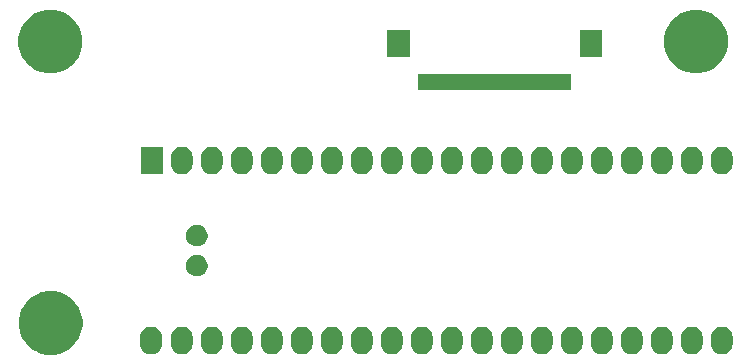
<source format=gbr>
G04 #@! TF.GenerationSoftware,KiCad,Pcbnew,5.1.5*
G04 #@! TF.CreationDate,2020-04-09T00:18:25+02:00*
G04 #@! TF.ProjectId,bluepill_control_board,626c7565-7069-46c6-9c5f-636f6e74726f,rev?*
G04 #@! TF.SameCoordinates,Original*
G04 #@! TF.FileFunction,Soldermask,Top*
G04 #@! TF.FilePolarity,Negative*
%FSLAX46Y46*%
G04 Gerber Fmt 4.6, Leading zero omitted, Abs format (unit mm)*
G04 Created by KiCad (PCBNEW 5.1.5) date 2020-04-09 00:18:25*
%MOMM*%
%LPD*%
G04 APERTURE LIST*
%ADD10C,0.100000*%
G04 APERTURE END LIST*
D10*
G36*
X184810852Y-136877797D02*
G01*
X185302402Y-137081404D01*
X185302403Y-137081405D01*
X185744787Y-137376996D01*
X186121004Y-137753213D01*
X186318512Y-138048805D01*
X186416596Y-138195598D01*
X186620203Y-138687148D01*
X186724000Y-139208973D01*
X186724000Y-139741027D01*
X186620203Y-140262852D01*
X186416596Y-140754402D01*
X186416595Y-140754403D01*
X186121004Y-141196787D01*
X185744787Y-141573004D01*
X185488301Y-141744382D01*
X185302402Y-141868596D01*
X184810852Y-142072203D01*
X184289027Y-142176000D01*
X183756973Y-142176000D01*
X183235148Y-142072203D01*
X182743598Y-141868596D01*
X182557699Y-141744382D01*
X182301213Y-141573004D01*
X181924996Y-141196787D01*
X181629405Y-140754403D01*
X181629404Y-140754402D01*
X181425797Y-140262852D01*
X181322000Y-139741027D01*
X181322000Y-139208973D01*
X181425797Y-138687148D01*
X181629404Y-138195598D01*
X181727488Y-138048805D01*
X181924996Y-137753213D01*
X182301213Y-137376996D01*
X182743597Y-137081405D01*
X182743598Y-137081404D01*
X183235148Y-136877797D01*
X183756973Y-136774000D01*
X184289027Y-136774000D01*
X184810852Y-136877797D01*
G37*
G36*
X218158894Y-139809633D02*
G01*
X218331295Y-139861931D01*
X218490183Y-139946858D01*
X218629449Y-140061151D01*
X218743742Y-140200417D01*
X218828669Y-140359306D01*
X218880967Y-140531707D01*
X218894200Y-140666070D01*
X218894200Y-141278731D01*
X218880967Y-141413094D01*
X218828669Y-141585495D01*
X218743742Y-141744383D01*
X218629449Y-141883649D01*
X218490183Y-141997942D01*
X218331294Y-142082869D01*
X218158893Y-142135167D01*
X217979600Y-142152825D01*
X217800306Y-142135167D01*
X217627905Y-142082869D01*
X217469017Y-141997942D01*
X217329751Y-141883649D01*
X217215458Y-141744383D01*
X217130531Y-141585494D01*
X217078233Y-141413093D01*
X217065000Y-141278730D01*
X217065000Y-140666069D01*
X217078233Y-140531706D01*
X217130531Y-140359305D01*
X217215459Y-140200418D01*
X217329752Y-140061151D01*
X217469018Y-139946858D01*
X217627906Y-139861931D01*
X217800307Y-139809633D01*
X217979600Y-139791975D01*
X218158894Y-139809633D01*
G37*
G36*
X241018894Y-139809633D02*
G01*
X241191295Y-139861931D01*
X241350183Y-139946858D01*
X241489449Y-140061151D01*
X241603742Y-140200417D01*
X241688669Y-140359306D01*
X241740967Y-140531707D01*
X241754200Y-140666070D01*
X241754200Y-141278731D01*
X241740967Y-141413094D01*
X241688669Y-141585495D01*
X241603742Y-141744383D01*
X241489449Y-141883649D01*
X241350183Y-141997942D01*
X241191294Y-142082869D01*
X241018893Y-142135167D01*
X240839600Y-142152825D01*
X240660306Y-142135167D01*
X240487905Y-142082869D01*
X240329017Y-141997942D01*
X240189751Y-141883649D01*
X240075458Y-141744383D01*
X239990531Y-141585494D01*
X239938233Y-141413093D01*
X239925000Y-141278730D01*
X239925000Y-140666069D01*
X239938233Y-140531706D01*
X239990531Y-140359305D01*
X240075459Y-140200418D01*
X240189752Y-140061151D01*
X240329018Y-139946858D01*
X240487906Y-139861931D01*
X240660307Y-139809633D01*
X240839600Y-139791975D01*
X241018894Y-139809633D01*
G37*
G36*
X235938894Y-139809633D02*
G01*
X236111295Y-139861931D01*
X236270183Y-139946858D01*
X236409449Y-140061151D01*
X236523742Y-140200417D01*
X236608669Y-140359306D01*
X236660967Y-140531707D01*
X236674200Y-140666070D01*
X236674200Y-141278731D01*
X236660967Y-141413094D01*
X236608669Y-141585495D01*
X236523742Y-141744383D01*
X236409449Y-141883649D01*
X236270183Y-141997942D01*
X236111294Y-142082869D01*
X235938893Y-142135167D01*
X235759600Y-142152825D01*
X235580306Y-142135167D01*
X235407905Y-142082869D01*
X235249017Y-141997942D01*
X235109751Y-141883649D01*
X234995458Y-141744383D01*
X234910531Y-141585494D01*
X234858233Y-141413093D01*
X234845000Y-141278730D01*
X234845000Y-140666069D01*
X234858233Y-140531706D01*
X234910531Y-140359305D01*
X234995459Y-140200418D01*
X235109752Y-140061151D01*
X235249018Y-139946858D01*
X235407906Y-139861931D01*
X235580307Y-139809633D01*
X235759600Y-139791975D01*
X235938894Y-139809633D01*
G37*
G36*
X233398894Y-139809633D02*
G01*
X233571295Y-139861931D01*
X233730183Y-139946858D01*
X233869449Y-140061151D01*
X233983742Y-140200417D01*
X234068669Y-140359306D01*
X234120967Y-140531707D01*
X234134200Y-140666070D01*
X234134200Y-141278731D01*
X234120967Y-141413094D01*
X234068669Y-141585495D01*
X233983742Y-141744383D01*
X233869449Y-141883649D01*
X233730183Y-141997942D01*
X233571294Y-142082869D01*
X233398893Y-142135167D01*
X233219600Y-142152825D01*
X233040306Y-142135167D01*
X232867905Y-142082869D01*
X232709017Y-141997942D01*
X232569751Y-141883649D01*
X232455458Y-141744383D01*
X232370531Y-141585494D01*
X232318233Y-141413093D01*
X232305000Y-141278730D01*
X232305000Y-140666069D01*
X232318233Y-140531706D01*
X232370531Y-140359305D01*
X232455459Y-140200418D01*
X232569752Y-140061151D01*
X232709018Y-139946858D01*
X232867906Y-139861931D01*
X233040307Y-139809633D01*
X233219600Y-139791975D01*
X233398894Y-139809633D01*
G37*
G36*
X230858894Y-139809633D02*
G01*
X231031295Y-139861931D01*
X231190183Y-139946858D01*
X231329449Y-140061151D01*
X231443742Y-140200417D01*
X231528669Y-140359306D01*
X231580967Y-140531707D01*
X231594200Y-140666070D01*
X231594200Y-141278731D01*
X231580967Y-141413094D01*
X231528669Y-141585495D01*
X231443742Y-141744383D01*
X231329449Y-141883649D01*
X231190183Y-141997942D01*
X231031294Y-142082869D01*
X230858893Y-142135167D01*
X230679600Y-142152825D01*
X230500306Y-142135167D01*
X230327905Y-142082869D01*
X230169017Y-141997942D01*
X230029751Y-141883649D01*
X229915458Y-141744383D01*
X229830531Y-141585494D01*
X229778233Y-141413093D01*
X229765000Y-141278730D01*
X229765000Y-140666069D01*
X229778233Y-140531706D01*
X229830531Y-140359305D01*
X229915459Y-140200418D01*
X230029752Y-140061151D01*
X230169018Y-139946858D01*
X230327906Y-139861931D01*
X230500307Y-139809633D01*
X230679600Y-139791975D01*
X230858894Y-139809633D01*
G37*
G36*
X228318894Y-139809633D02*
G01*
X228491295Y-139861931D01*
X228650183Y-139946858D01*
X228789449Y-140061151D01*
X228903742Y-140200417D01*
X228988669Y-140359306D01*
X229040967Y-140531707D01*
X229054200Y-140666070D01*
X229054200Y-141278731D01*
X229040967Y-141413094D01*
X228988669Y-141585495D01*
X228903742Y-141744383D01*
X228789449Y-141883649D01*
X228650183Y-141997942D01*
X228491294Y-142082869D01*
X228318893Y-142135167D01*
X228139600Y-142152825D01*
X227960306Y-142135167D01*
X227787905Y-142082869D01*
X227629017Y-141997942D01*
X227489751Y-141883649D01*
X227375458Y-141744383D01*
X227290531Y-141585494D01*
X227238233Y-141413093D01*
X227225000Y-141278730D01*
X227225000Y-140666069D01*
X227238233Y-140531706D01*
X227290531Y-140359305D01*
X227375459Y-140200418D01*
X227489752Y-140061151D01*
X227629018Y-139946858D01*
X227787906Y-139861931D01*
X227960307Y-139809633D01*
X228139600Y-139791975D01*
X228318894Y-139809633D01*
G37*
G36*
X225778894Y-139809633D02*
G01*
X225951295Y-139861931D01*
X226110183Y-139946858D01*
X226249449Y-140061151D01*
X226363742Y-140200417D01*
X226448669Y-140359306D01*
X226500967Y-140531707D01*
X226514200Y-140666070D01*
X226514200Y-141278731D01*
X226500967Y-141413094D01*
X226448669Y-141585495D01*
X226363742Y-141744383D01*
X226249449Y-141883649D01*
X226110183Y-141997942D01*
X225951294Y-142082869D01*
X225778893Y-142135167D01*
X225599600Y-142152825D01*
X225420306Y-142135167D01*
X225247905Y-142082869D01*
X225089017Y-141997942D01*
X224949751Y-141883649D01*
X224835458Y-141744383D01*
X224750531Y-141585494D01*
X224698233Y-141413093D01*
X224685000Y-141278730D01*
X224685000Y-140666069D01*
X224698233Y-140531706D01*
X224750531Y-140359305D01*
X224835459Y-140200418D01*
X224949752Y-140061151D01*
X225089018Y-139946858D01*
X225247906Y-139861931D01*
X225420307Y-139809633D01*
X225599600Y-139791975D01*
X225778894Y-139809633D01*
G37*
G36*
X223238894Y-139809633D02*
G01*
X223411295Y-139861931D01*
X223570183Y-139946858D01*
X223709449Y-140061151D01*
X223823742Y-140200417D01*
X223908669Y-140359306D01*
X223960967Y-140531707D01*
X223974200Y-140666070D01*
X223974200Y-141278731D01*
X223960967Y-141413094D01*
X223908669Y-141585495D01*
X223823742Y-141744383D01*
X223709449Y-141883649D01*
X223570183Y-141997942D01*
X223411294Y-142082869D01*
X223238893Y-142135167D01*
X223059600Y-142152825D01*
X222880306Y-142135167D01*
X222707905Y-142082869D01*
X222549017Y-141997942D01*
X222409751Y-141883649D01*
X222295458Y-141744383D01*
X222210531Y-141585494D01*
X222158233Y-141413093D01*
X222145000Y-141278730D01*
X222145000Y-140666069D01*
X222158233Y-140531706D01*
X222210531Y-140359305D01*
X222295459Y-140200418D01*
X222409752Y-140061151D01*
X222549018Y-139946858D01*
X222707906Y-139861931D01*
X222880307Y-139809633D01*
X223059600Y-139791975D01*
X223238894Y-139809633D01*
G37*
G36*
X220698894Y-139809633D02*
G01*
X220871295Y-139861931D01*
X221030183Y-139946858D01*
X221169449Y-140061151D01*
X221283742Y-140200417D01*
X221368669Y-140359306D01*
X221420967Y-140531707D01*
X221434200Y-140666070D01*
X221434200Y-141278731D01*
X221420967Y-141413094D01*
X221368669Y-141585495D01*
X221283742Y-141744383D01*
X221169449Y-141883649D01*
X221030183Y-141997942D01*
X220871294Y-142082869D01*
X220698893Y-142135167D01*
X220519600Y-142152825D01*
X220340306Y-142135167D01*
X220167905Y-142082869D01*
X220009017Y-141997942D01*
X219869751Y-141883649D01*
X219755458Y-141744383D01*
X219670531Y-141585494D01*
X219618233Y-141413093D01*
X219605000Y-141278730D01*
X219605000Y-140666069D01*
X219618233Y-140531706D01*
X219670531Y-140359305D01*
X219755459Y-140200418D01*
X219869752Y-140061151D01*
X220009018Y-139946858D01*
X220167906Y-139861931D01*
X220340307Y-139809633D01*
X220519600Y-139791975D01*
X220698894Y-139809633D01*
G37*
G36*
X238478894Y-139809633D02*
G01*
X238651295Y-139861931D01*
X238810183Y-139946858D01*
X238949449Y-140061151D01*
X239063742Y-140200417D01*
X239148669Y-140359306D01*
X239200967Y-140531707D01*
X239214200Y-140666070D01*
X239214200Y-141278731D01*
X239200967Y-141413094D01*
X239148669Y-141585495D01*
X239063742Y-141744383D01*
X238949449Y-141883649D01*
X238810183Y-141997942D01*
X238651294Y-142082869D01*
X238478893Y-142135167D01*
X238299600Y-142152825D01*
X238120306Y-142135167D01*
X237947905Y-142082869D01*
X237789017Y-141997942D01*
X237649751Y-141883649D01*
X237535458Y-141744383D01*
X237450531Y-141585494D01*
X237398233Y-141413093D01*
X237385000Y-141278730D01*
X237385000Y-140666069D01*
X237398233Y-140531706D01*
X237450531Y-140359305D01*
X237535459Y-140200418D01*
X237649752Y-140061151D01*
X237789018Y-139946858D01*
X237947906Y-139861931D01*
X238120307Y-139809633D01*
X238299600Y-139791975D01*
X238478894Y-139809633D01*
G37*
G36*
X213078894Y-139809633D02*
G01*
X213251295Y-139861931D01*
X213410183Y-139946858D01*
X213549449Y-140061151D01*
X213663742Y-140200417D01*
X213748669Y-140359306D01*
X213800967Y-140531707D01*
X213814200Y-140666070D01*
X213814200Y-141278731D01*
X213800967Y-141413094D01*
X213748669Y-141585495D01*
X213663742Y-141744383D01*
X213549449Y-141883649D01*
X213410183Y-141997942D01*
X213251294Y-142082869D01*
X213078893Y-142135167D01*
X212899600Y-142152825D01*
X212720306Y-142135167D01*
X212547905Y-142082869D01*
X212389017Y-141997942D01*
X212249751Y-141883649D01*
X212135458Y-141744383D01*
X212050531Y-141585494D01*
X211998233Y-141413093D01*
X211985000Y-141278730D01*
X211985000Y-140666069D01*
X211998233Y-140531706D01*
X212050531Y-140359305D01*
X212135459Y-140200418D01*
X212249752Y-140061151D01*
X212389018Y-139946858D01*
X212547906Y-139861931D01*
X212720307Y-139809633D01*
X212899600Y-139791975D01*
X213078894Y-139809633D01*
G37*
G36*
X210538894Y-139809633D02*
G01*
X210711295Y-139861931D01*
X210870183Y-139946858D01*
X211009449Y-140061151D01*
X211123742Y-140200417D01*
X211208669Y-140359306D01*
X211260967Y-140531707D01*
X211274200Y-140666070D01*
X211274200Y-141278731D01*
X211260967Y-141413094D01*
X211208669Y-141585495D01*
X211123742Y-141744383D01*
X211009449Y-141883649D01*
X210870183Y-141997942D01*
X210711294Y-142082869D01*
X210538893Y-142135167D01*
X210359600Y-142152825D01*
X210180306Y-142135167D01*
X210007905Y-142082869D01*
X209849017Y-141997942D01*
X209709751Y-141883649D01*
X209595458Y-141744383D01*
X209510531Y-141585494D01*
X209458233Y-141413093D01*
X209445000Y-141278730D01*
X209445000Y-140666069D01*
X209458233Y-140531706D01*
X209510531Y-140359305D01*
X209595459Y-140200418D01*
X209709752Y-140061151D01*
X209849018Y-139946858D01*
X210007906Y-139861931D01*
X210180307Y-139809633D01*
X210359600Y-139791975D01*
X210538894Y-139809633D01*
G37*
G36*
X207998894Y-139809633D02*
G01*
X208171295Y-139861931D01*
X208330183Y-139946858D01*
X208469449Y-140061151D01*
X208583742Y-140200417D01*
X208668669Y-140359306D01*
X208720967Y-140531707D01*
X208734200Y-140666070D01*
X208734200Y-141278731D01*
X208720967Y-141413094D01*
X208668669Y-141585495D01*
X208583742Y-141744383D01*
X208469449Y-141883649D01*
X208330183Y-141997942D01*
X208171294Y-142082869D01*
X207998893Y-142135167D01*
X207819600Y-142152825D01*
X207640306Y-142135167D01*
X207467905Y-142082869D01*
X207309017Y-141997942D01*
X207169751Y-141883649D01*
X207055458Y-141744383D01*
X206970531Y-141585494D01*
X206918233Y-141413093D01*
X206905000Y-141278730D01*
X206905000Y-140666069D01*
X206918233Y-140531706D01*
X206970531Y-140359305D01*
X207055459Y-140200418D01*
X207169752Y-140061151D01*
X207309018Y-139946858D01*
X207467906Y-139861931D01*
X207640307Y-139809633D01*
X207819600Y-139791975D01*
X207998894Y-139809633D01*
G37*
G36*
X205458894Y-139809633D02*
G01*
X205631295Y-139861931D01*
X205790183Y-139946858D01*
X205929449Y-140061151D01*
X206043742Y-140200417D01*
X206128669Y-140359306D01*
X206180967Y-140531707D01*
X206194200Y-140666070D01*
X206194200Y-141278731D01*
X206180967Y-141413094D01*
X206128669Y-141585495D01*
X206043742Y-141744383D01*
X205929449Y-141883649D01*
X205790183Y-141997942D01*
X205631294Y-142082869D01*
X205458893Y-142135167D01*
X205279600Y-142152825D01*
X205100306Y-142135167D01*
X204927905Y-142082869D01*
X204769017Y-141997942D01*
X204629751Y-141883649D01*
X204515458Y-141744383D01*
X204430531Y-141585494D01*
X204378233Y-141413093D01*
X204365000Y-141278730D01*
X204365000Y-140666069D01*
X204378233Y-140531706D01*
X204430531Y-140359305D01*
X204515459Y-140200418D01*
X204629752Y-140061151D01*
X204769018Y-139946858D01*
X204927906Y-139861931D01*
X205100307Y-139809633D01*
X205279600Y-139791975D01*
X205458894Y-139809633D01*
G37*
G36*
X202918894Y-139809633D02*
G01*
X203091295Y-139861931D01*
X203250183Y-139946858D01*
X203389449Y-140061151D01*
X203503742Y-140200417D01*
X203588669Y-140359306D01*
X203640967Y-140531707D01*
X203654200Y-140666070D01*
X203654200Y-141278731D01*
X203640967Y-141413094D01*
X203588669Y-141585495D01*
X203503742Y-141744383D01*
X203389449Y-141883649D01*
X203250183Y-141997942D01*
X203091294Y-142082869D01*
X202918893Y-142135167D01*
X202739600Y-142152825D01*
X202560306Y-142135167D01*
X202387905Y-142082869D01*
X202229017Y-141997942D01*
X202089751Y-141883649D01*
X201975458Y-141744383D01*
X201890531Y-141585494D01*
X201838233Y-141413093D01*
X201825000Y-141278730D01*
X201825000Y-140666069D01*
X201838233Y-140531706D01*
X201890531Y-140359305D01*
X201975459Y-140200418D01*
X202089752Y-140061151D01*
X202229018Y-139946858D01*
X202387906Y-139861931D01*
X202560307Y-139809633D01*
X202739600Y-139791975D01*
X202918894Y-139809633D01*
G37*
G36*
X200378894Y-139809633D02*
G01*
X200551295Y-139861931D01*
X200710183Y-139946858D01*
X200849449Y-140061151D01*
X200963742Y-140200417D01*
X201048669Y-140359306D01*
X201100967Y-140531707D01*
X201114200Y-140666070D01*
X201114200Y-141278731D01*
X201100967Y-141413094D01*
X201048669Y-141585495D01*
X200963742Y-141744383D01*
X200849449Y-141883649D01*
X200710183Y-141997942D01*
X200551294Y-142082869D01*
X200378893Y-142135167D01*
X200199600Y-142152825D01*
X200020306Y-142135167D01*
X199847905Y-142082869D01*
X199689017Y-141997942D01*
X199549751Y-141883649D01*
X199435458Y-141744383D01*
X199350531Y-141585494D01*
X199298233Y-141413093D01*
X199285000Y-141278730D01*
X199285000Y-140666069D01*
X199298233Y-140531706D01*
X199350531Y-140359305D01*
X199435459Y-140200418D01*
X199549752Y-140061151D01*
X199689018Y-139946858D01*
X199847906Y-139861931D01*
X200020307Y-139809633D01*
X200199600Y-139791975D01*
X200378894Y-139809633D01*
G37*
G36*
X197838894Y-139809633D02*
G01*
X198011295Y-139861931D01*
X198170183Y-139946858D01*
X198309449Y-140061151D01*
X198423742Y-140200417D01*
X198508669Y-140359306D01*
X198560967Y-140531707D01*
X198574200Y-140666070D01*
X198574200Y-141278731D01*
X198560967Y-141413094D01*
X198508669Y-141585495D01*
X198423742Y-141744383D01*
X198309449Y-141883649D01*
X198170183Y-141997942D01*
X198011294Y-142082869D01*
X197838893Y-142135167D01*
X197659600Y-142152825D01*
X197480306Y-142135167D01*
X197307905Y-142082869D01*
X197149017Y-141997942D01*
X197009751Y-141883649D01*
X196895458Y-141744383D01*
X196810531Y-141585494D01*
X196758233Y-141413093D01*
X196745000Y-141278730D01*
X196745000Y-140666069D01*
X196758233Y-140531706D01*
X196810531Y-140359305D01*
X196895459Y-140200418D01*
X197009752Y-140061151D01*
X197149018Y-139946858D01*
X197307906Y-139861931D01*
X197480307Y-139809633D01*
X197659600Y-139791975D01*
X197838894Y-139809633D01*
G37*
G36*
X195298894Y-139809633D02*
G01*
X195471295Y-139861931D01*
X195630183Y-139946858D01*
X195769449Y-140061151D01*
X195883742Y-140200417D01*
X195968669Y-140359306D01*
X196020967Y-140531707D01*
X196034200Y-140666070D01*
X196034200Y-141278731D01*
X196020967Y-141413094D01*
X195968669Y-141585495D01*
X195883742Y-141744383D01*
X195769449Y-141883649D01*
X195630183Y-141997942D01*
X195471294Y-142082869D01*
X195298893Y-142135167D01*
X195119600Y-142152825D01*
X194940306Y-142135167D01*
X194767905Y-142082869D01*
X194609017Y-141997942D01*
X194469751Y-141883649D01*
X194355458Y-141744383D01*
X194270531Y-141585494D01*
X194218233Y-141413093D01*
X194205000Y-141278730D01*
X194205000Y-140666069D01*
X194218233Y-140531706D01*
X194270531Y-140359305D01*
X194355459Y-140200418D01*
X194469752Y-140061151D01*
X194609018Y-139946858D01*
X194767906Y-139861931D01*
X194940307Y-139809633D01*
X195119600Y-139791975D01*
X195298894Y-139809633D01*
G37*
G36*
X192708094Y-139809633D02*
G01*
X192880495Y-139861931D01*
X193039383Y-139946858D01*
X193178649Y-140061151D01*
X193292942Y-140200417D01*
X193377869Y-140359306D01*
X193430167Y-140531707D01*
X193443400Y-140666070D01*
X193443400Y-141278731D01*
X193430167Y-141413094D01*
X193377869Y-141585495D01*
X193292942Y-141744383D01*
X193178649Y-141883649D01*
X193039383Y-141997942D01*
X192880494Y-142082869D01*
X192708093Y-142135167D01*
X192528800Y-142152825D01*
X192349506Y-142135167D01*
X192177105Y-142082869D01*
X192018217Y-141997942D01*
X191878951Y-141883649D01*
X191764658Y-141744383D01*
X191679731Y-141585494D01*
X191627433Y-141413093D01*
X191614200Y-141278730D01*
X191614200Y-140666069D01*
X191627433Y-140531706D01*
X191679731Y-140359305D01*
X191764659Y-140200418D01*
X191878952Y-140061151D01*
X192018218Y-139946858D01*
X192177106Y-139861931D01*
X192349507Y-139809633D01*
X192528800Y-139791975D01*
X192708094Y-139809633D01*
G37*
G36*
X215618894Y-139809633D02*
G01*
X215791295Y-139861931D01*
X215950183Y-139946858D01*
X216089449Y-140061151D01*
X216203742Y-140200417D01*
X216288669Y-140359306D01*
X216340967Y-140531707D01*
X216354200Y-140666070D01*
X216354200Y-141278731D01*
X216340967Y-141413094D01*
X216288669Y-141585495D01*
X216203742Y-141744383D01*
X216089449Y-141883649D01*
X215950183Y-141997942D01*
X215791294Y-142082869D01*
X215618893Y-142135167D01*
X215439600Y-142152825D01*
X215260306Y-142135167D01*
X215087905Y-142082869D01*
X214929017Y-141997942D01*
X214789751Y-141883649D01*
X214675458Y-141744383D01*
X214590531Y-141585494D01*
X214538233Y-141413093D01*
X214525000Y-141278730D01*
X214525000Y-140666069D01*
X214538233Y-140531706D01*
X214590531Y-140359305D01*
X214675459Y-140200418D01*
X214789752Y-140061151D01*
X214929018Y-139946858D01*
X215087906Y-139861931D01*
X215260307Y-139809633D01*
X215439600Y-139791975D01*
X215618894Y-139809633D01*
G37*
G36*
X196656378Y-133752947D02*
G01*
X196822824Y-133821891D01*
X196972622Y-133921983D01*
X197100017Y-134049378D01*
X197200109Y-134199176D01*
X197269053Y-134365622D01*
X197304200Y-134542318D01*
X197304200Y-134722482D01*
X197269053Y-134899178D01*
X197200109Y-135065624D01*
X197100017Y-135215422D01*
X196972622Y-135342817D01*
X196822824Y-135442909D01*
X196656378Y-135511853D01*
X196479682Y-135547000D01*
X196299518Y-135547000D01*
X196122822Y-135511853D01*
X195956376Y-135442909D01*
X195806578Y-135342817D01*
X195679183Y-135215422D01*
X195579091Y-135065624D01*
X195510147Y-134899178D01*
X195475000Y-134722482D01*
X195475000Y-134542318D01*
X195510147Y-134365622D01*
X195579091Y-134199176D01*
X195679183Y-134049378D01*
X195806578Y-133921983D01*
X195956376Y-133821891D01*
X196122822Y-133752947D01*
X196299518Y-133717800D01*
X196479682Y-133717800D01*
X196656378Y-133752947D01*
G37*
G36*
X196656378Y-131212947D02*
G01*
X196822824Y-131281891D01*
X196972622Y-131381983D01*
X197100017Y-131509378D01*
X197200109Y-131659176D01*
X197269053Y-131825622D01*
X197304200Y-132002318D01*
X197304200Y-132182482D01*
X197269053Y-132359178D01*
X197200109Y-132525624D01*
X197100017Y-132675422D01*
X196972622Y-132802817D01*
X196822824Y-132902909D01*
X196656378Y-132971853D01*
X196479682Y-133007000D01*
X196299518Y-133007000D01*
X196122822Y-132971853D01*
X195956376Y-132902909D01*
X195806578Y-132802817D01*
X195679183Y-132675422D01*
X195579091Y-132525624D01*
X195510147Y-132359178D01*
X195475000Y-132182482D01*
X195475000Y-132002318D01*
X195510147Y-131825622D01*
X195579091Y-131659176D01*
X195679183Y-131509378D01*
X195806578Y-131381983D01*
X195956376Y-131281891D01*
X196122822Y-131212947D01*
X196299518Y-131177800D01*
X196479682Y-131177800D01*
X196656378Y-131212947D01*
G37*
G36*
X195298893Y-124569633D02*
G01*
X195471294Y-124621931D01*
X195630183Y-124706858D01*
X195769449Y-124821151D01*
X195883742Y-124960417D01*
X195968669Y-125119305D01*
X196020967Y-125291706D01*
X196034200Y-125426069D01*
X196034200Y-126038730D01*
X196020967Y-126173093D01*
X195968669Y-126345494D01*
X195883742Y-126504383D01*
X195769449Y-126643649D01*
X195630183Y-126757942D01*
X195471295Y-126842869D01*
X195298894Y-126895167D01*
X195119600Y-126912825D01*
X194940307Y-126895167D01*
X194767906Y-126842869D01*
X194609018Y-126757942D01*
X194469752Y-126643649D01*
X194355459Y-126504382D01*
X194270531Y-126345495D01*
X194218233Y-126173094D01*
X194205000Y-126038731D01*
X194205000Y-125426070D01*
X194218233Y-125291707D01*
X194270531Y-125119306D01*
X194355458Y-124960417D01*
X194469751Y-124821151D01*
X194609017Y-124706858D01*
X194767905Y-124621931D01*
X194940306Y-124569633D01*
X195119600Y-124551975D01*
X195298893Y-124569633D01*
G37*
G36*
X200378893Y-124569633D02*
G01*
X200551294Y-124621931D01*
X200710183Y-124706858D01*
X200849449Y-124821151D01*
X200963742Y-124960417D01*
X201048669Y-125119305D01*
X201100967Y-125291706D01*
X201114200Y-125426069D01*
X201114200Y-126038730D01*
X201100967Y-126173093D01*
X201048669Y-126345494D01*
X200963742Y-126504383D01*
X200849449Y-126643649D01*
X200710183Y-126757942D01*
X200551295Y-126842869D01*
X200378894Y-126895167D01*
X200199600Y-126912825D01*
X200020307Y-126895167D01*
X199847906Y-126842869D01*
X199689018Y-126757942D01*
X199549752Y-126643649D01*
X199435459Y-126504382D01*
X199350531Y-126345495D01*
X199298233Y-126173094D01*
X199285000Y-126038731D01*
X199285000Y-125426070D01*
X199298233Y-125291707D01*
X199350531Y-125119306D01*
X199435458Y-124960417D01*
X199549751Y-124821151D01*
X199689017Y-124706858D01*
X199847905Y-124621931D01*
X200020306Y-124569633D01*
X200199600Y-124551975D01*
X200378893Y-124569633D01*
G37*
G36*
X202918893Y-124569633D02*
G01*
X203091294Y-124621931D01*
X203250183Y-124706858D01*
X203389449Y-124821151D01*
X203503742Y-124960417D01*
X203588669Y-125119305D01*
X203640967Y-125291706D01*
X203654200Y-125426069D01*
X203654200Y-126038730D01*
X203640967Y-126173093D01*
X203588669Y-126345494D01*
X203503742Y-126504383D01*
X203389449Y-126643649D01*
X203250183Y-126757942D01*
X203091295Y-126842869D01*
X202918894Y-126895167D01*
X202739600Y-126912825D01*
X202560307Y-126895167D01*
X202387906Y-126842869D01*
X202229018Y-126757942D01*
X202089752Y-126643649D01*
X201975459Y-126504382D01*
X201890531Y-126345495D01*
X201838233Y-126173094D01*
X201825000Y-126038731D01*
X201825000Y-125426070D01*
X201838233Y-125291707D01*
X201890531Y-125119306D01*
X201975458Y-124960417D01*
X202089751Y-124821151D01*
X202229017Y-124706858D01*
X202387905Y-124621931D01*
X202560306Y-124569633D01*
X202739600Y-124551975D01*
X202918893Y-124569633D01*
G37*
G36*
X205458893Y-124569633D02*
G01*
X205631294Y-124621931D01*
X205790183Y-124706858D01*
X205929449Y-124821151D01*
X206043742Y-124960417D01*
X206128669Y-125119305D01*
X206180967Y-125291706D01*
X206194200Y-125426069D01*
X206194200Y-126038730D01*
X206180967Y-126173093D01*
X206128669Y-126345494D01*
X206043742Y-126504383D01*
X205929449Y-126643649D01*
X205790183Y-126757942D01*
X205631295Y-126842869D01*
X205458894Y-126895167D01*
X205279600Y-126912825D01*
X205100307Y-126895167D01*
X204927906Y-126842869D01*
X204769018Y-126757942D01*
X204629752Y-126643649D01*
X204515459Y-126504382D01*
X204430531Y-126345495D01*
X204378233Y-126173094D01*
X204365000Y-126038731D01*
X204365000Y-125426070D01*
X204378233Y-125291707D01*
X204430531Y-125119306D01*
X204515458Y-124960417D01*
X204629751Y-124821151D01*
X204769017Y-124706858D01*
X204927905Y-124621931D01*
X205100306Y-124569633D01*
X205279600Y-124551975D01*
X205458893Y-124569633D01*
G37*
G36*
X207998893Y-124569633D02*
G01*
X208171294Y-124621931D01*
X208330183Y-124706858D01*
X208469449Y-124821151D01*
X208583742Y-124960417D01*
X208668669Y-125119305D01*
X208720967Y-125291706D01*
X208734200Y-125426069D01*
X208734200Y-126038730D01*
X208720967Y-126173093D01*
X208668669Y-126345494D01*
X208583742Y-126504383D01*
X208469449Y-126643649D01*
X208330183Y-126757942D01*
X208171295Y-126842869D01*
X207998894Y-126895167D01*
X207819600Y-126912825D01*
X207640307Y-126895167D01*
X207467906Y-126842869D01*
X207309018Y-126757942D01*
X207169752Y-126643649D01*
X207055459Y-126504382D01*
X206970531Y-126345495D01*
X206918233Y-126173094D01*
X206905000Y-126038731D01*
X206905000Y-125426070D01*
X206918233Y-125291707D01*
X206970531Y-125119306D01*
X207055458Y-124960417D01*
X207169751Y-124821151D01*
X207309017Y-124706858D01*
X207467905Y-124621931D01*
X207640306Y-124569633D01*
X207819600Y-124551975D01*
X207998893Y-124569633D01*
G37*
G36*
X210538893Y-124569633D02*
G01*
X210711294Y-124621931D01*
X210870183Y-124706858D01*
X211009449Y-124821151D01*
X211123742Y-124960417D01*
X211208669Y-125119305D01*
X211260967Y-125291706D01*
X211274200Y-125426069D01*
X211274200Y-126038730D01*
X211260967Y-126173093D01*
X211208669Y-126345494D01*
X211123742Y-126504383D01*
X211009449Y-126643649D01*
X210870183Y-126757942D01*
X210711295Y-126842869D01*
X210538894Y-126895167D01*
X210359600Y-126912825D01*
X210180307Y-126895167D01*
X210007906Y-126842869D01*
X209849018Y-126757942D01*
X209709752Y-126643649D01*
X209595459Y-126504382D01*
X209510531Y-126345495D01*
X209458233Y-126173094D01*
X209445000Y-126038731D01*
X209445000Y-125426070D01*
X209458233Y-125291707D01*
X209510531Y-125119306D01*
X209595458Y-124960417D01*
X209709751Y-124821151D01*
X209849017Y-124706858D01*
X210007905Y-124621931D01*
X210180306Y-124569633D01*
X210359600Y-124551975D01*
X210538893Y-124569633D01*
G37*
G36*
X213078893Y-124569633D02*
G01*
X213251294Y-124621931D01*
X213410183Y-124706858D01*
X213549449Y-124821151D01*
X213663742Y-124960417D01*
X213748669Y-125119305D01*
X213800967Y-125291706D01*
X213814200Y-125426069D01*
X213814200Y-126038730D01*
X213800967Y-126173093D01*
X213748669Y-126345494D01*
X213663742Y-126504383D01*
X213549449Y-126643649D01*
X213410183Y-126757942D01*
X213251295Y-126842869D01*
X213078894Y-126895167D01*
X212899600Y-126912825D01*
X212720307Y-126895167D01*
X212547906Y-126842869D01*
X212389018Y-126757942D01*
X212249752Y-126643649D01*
X212135459Y-126504382D01*
X212050531Y-126345495D01*
X211998233Y-126173094D01*
X211985000Y-126038731D01*
X211985000Y-125426070D01*
X211998233Y-125291707D01*
X212050531Y-125119306D01*
X212135458Y-124960417D01*
X212249751Y-124821151D01*
X212389017Y-124706858D01*
X212547905Y-124621931D01*
X212720306Y-124569633D01*
X212899600Y-124551975D01*
X213078893Y-124569633D01*
G37*
G36*
X215618893Y-124569633D02*
G01*
X215791294Y-124621931D01*
X215950183Y-124706858D01*
X216089449Y-124821151D01*
X216203742Y-124960417D01*
X216288669Y-125119305D01*
X216340967Y-125291706D01*
X216354200Y-125426069D01*
X216354200Y-126038730D01*
X216340967Y-126173093D01*
X216288669Y-126345494D01*
X216203742Y-126504383D01*
X216089449Y-126643649D01*
X215950183Y-126757942D01*
X215791295Y-126842869D01*
X215618894Y-126895167D01*
X215439600Y-126912825D01*
X215260307Y-126895167D01*
X215087906Y-126842869D01*
X214929018Y-126757942D01*
X214789752Y-126643649D01*
X214675459Y-126504382D01*
X214590531Y-126345495D01*
X214538233Y-126173094D01*
X214525000Y-126038731D01*
X214525000Y-125426070D01*
X214538233Y-125291707D01*
X214590531Y-125119306D01*
X214675458Y-124960417D01*
X214789751Y-124821151D01*
X214929017Y-124706858D01*
X215087905Y-124621931D01*
X215260306Y-124569633D01*
X215439600Y-124551975D01*
X215618893Y-124569633D01*
G37*
G36*
X218158893Y-124569633D02*
G01*
X218331294Y-124621931D01*
X218490183Y-124706858D01*
X218629449Y-124821151D01*
X218743742Y-124960417D01*
X218828669Y-125119305D01*
X218880967Y-125291706D01*
X218894200Y-125426069D01*
X218894200Y-126038730D01*
X218880967Y-126173093D01*
X218828669Y-126345494D01*
X218743742Y-126504383D01*
X218629449Y-126643649D01*
X218490183Y-126757942D01*
X218331295Y-126842869D01*
X218158894Y-126895167D01*
X217979600Y-126912825D01*
X217800307Y-126895167D01*
X217627906Y-126842869D01*
X217469018Y-126757942D01*
X217329752Y-126643649D01*
X217215459Y-126504382D01*
X217130531Y-126345495D01*
X217078233Y-126173094D01*
X217065000Y-126038731D01*
X217065000Y-125426070D01*
X217078233Y-125291707D01*
X217130531Y-125119306D01*
X217215458Y-124960417D01*
X217329751Y-124821151D01*
X217469017Y-124706858D01*
X217627905Y-124621931D01*
X217800306Y-124569633D01*
X217979600Y-124551975D01*
X218158893Y-124569633D01*
G37*
G36*
X220698893Y-124569633D02*
G01*
X220871294Y-124621931D01*
X221030183Y-124706858D01*
X221169449Y-124821151D01*
X221283742Y-124960417D01*
X221368669Y-125119305D01*
X221420967Y-125291706D01*
X221434200Y-125426069D01*
X221434200Y-126038730D01*
X221420967Y-126173093D01*
X221368669Y-126345494D01*
X221283742Y-126504383D01*
X221169449Y-126643649D01*
X221030183Y-126757942D01*
X220871295Y-126842869D01*
X220698894Y-126895167D01*
X220519600Y-126912825D01*
X220340307Y-126895167D01*
X220167906Y-126842869D01*
X220009018Y-126757942D01*
X219869752Y-126643649D01*
X219755459Y-126504382D01*
X219670531Y-126345495D01*
X219618233Y-126173094D01*
X219605000Y-126038731D01*
X219605000Y-125426070D01*
X219618233Y-125291707D01*
X219670531Y-125119306D01*
X219755458Y-124960417D01*
X219869751Y-124821151D01*
X220009017Y-124706858D01*
X220167905Y-124621931D01*
X220340306Y-124569633D01*
X220519600Y-124551975D01*
X220698893Y-124569633D01*
G37*
G36*
X223238893Y-124569633D02*
G01*
X223411294Y-124621931D01*
X223570183Y-124706858D01*
X223709449Y-124821151D01*
X223823742Y-124960417D01*
X223908669Y-125119305D01*
X223960967Y-125291706D01*
X223974200Y-125426069D01*
X223974200Y-126038730D01*
X223960967Y-126173093D01*
X223908669Y-126345494D01*
X223823742Y-126504383D01*
X223709449Y-126643649D01*
X223570183Y-126757942D01*
X223411295Y-126842869D01*
X223238894Y-126895167D01*
X223059600Y-126912825D01*
X222880307Y-126895167D01*
X222707906Y-126842869D01*
X222549018Y-126757942D01*
X222409752Y-126643649D01*
X222295459Y-126504382D01*
X222210531Y-126345495D01*
X222158233Y-126173094D01*
X222145000Y-126038731D01*
X222145000Y-125426070D01*
X222158233Y-125291707D01*
X222210531Y-125119306D01*
X222295458Y-124960417D01*
X222409751Y-124821151D01*
X222549017Y-124706858D01*
X222707905Y-124621931D01*
X222880306Y-124569633D01*
X223059600Y-124551975D01*
X223238893Y-124569633D01*
G37*
G36*
X225778893Y-124569633D02*
G01*
X225951294Y-124621931D01*
X226110183Y-124706858D01*
X226249449Y-124821151D01*
X226363742Y-124960417D01*
X226448669Y-125119305D01*
X226500967Y-125291706D01*
X226514200Y-125426069D01*
X226514200Y-126038730D01*
X226500967Y-126173093D01*
X226448669Y-126345494D01*
X226363742Y-126504383D01*
X226249449Y-126643649D01*
X226110183Y-126757942D01*
X225951295Y-126842869D01*
X225778894Y-126895167D01*
X225599600Y-126912825D01*
X225420307Y-126895167D01*
X225247906Y-126842869D01*
X225089018Y-126757942D01*
X224949752Y-126643649D01*
X224835459Y-126504382D01*
X224750531Y-126345495D01*
X224698233Y-126173094D01*
X224685000Y-126038731D01*
X224685000Y-125426070D01*
X224698233Y-125291707D01*
X224750531Y-125119306D01*
X224835458Y-124960417D01*
X224949751Y-124821151D01*
X225089017Y-124706858D01*
X225247905Y-124621931D01*
X225420306Y-124569633D01*
X225599600Y-124551975D01*
X225778893Y-124569633D01*
G37*
G36*
X228318893Y-124569633D02*
G01*
X228491294Y-124621931D01*
X228650183Y-124706858D01*
X228789449Y-124821151D01*
X228903742Y-124960417D01*
X228988669Y-125119305D01*
X229040967Y-125291706D01*
X229054200Y-125426069D01*
X229054200Y-126038730D01*
X229040967Y-126173093D01*
X228988669Y-126345494D01*
X228903742Y-126504383D01*
X228789449Y-126643649D01*
X228650183Y-126757942D01*
X228491295Y-126842869D01*
X228318894Y-126895167D01*
X228139600Y-126912825D01*
X227960307Y-126895167D01*
X227787906Y-126842869D01*
X227629018Y-126757942D01*
X227489752Y-126643649D01*
X227375459Y-126504382D01*
X227290531Y-126345495D01*
X227238233Y-126173094D01*
X227225000Y-126038731D01*
X227225000Y-125426070D01*
X227238233Y-125291707D01*
X227290531Y-125119306D01*
X227375458Y-124960417D01*
X227489751Y-124821151D01*
X227629017Y-124706858D01*
X227787905Y-124621931D01*
X227960306Y-124569633D01*
X228139600Y-124551975D01*
X228318893Y-124569633D01*
G37*
G36*
X230858893Y-124569633D02*
G01*
X231031294Y-124621931D01*
X231190183Y-124706858D01*
X231329449Y-124821151D01*
X231443742Y-124960417D01*
X231528669Y-125119305D01*
X231580967Y-125291706D01*
X231594200Y-125426069D01*
X231594200Y-126038730D01*
X231580967Y-126173093D01*
X231528669Y-126345494D01*
X231443742Y-126504383D01*
X231329449Y-126643649D01*
X231190183Y-126757942D01*
X231031295Y-126842869D01*
X230858894Y-126895167D01*
X230679600Y-126912825D01*
X230500307Y-126895167D01*
X230327906Y-126842869D01*
X230169018Y-126757942D01*
X230029752Y-126643649D01*
X229915459Y-126504382D01*
X229830531Y-126345495D01*
X229778233Y-126173094D01*
X229765000Y-126038731D01*
X229765000Y-125426070D01*
X229778233Y-125291707D01*
X229830531Y-125119306D01*
X229915458Y-124960417D01*
X230029751Y-124821151D01*
X230169017Y-124706858D01*
X230327905Y-124621931D01*
X230500306Y-124569633D01*
X230679600Y-124551975D01*
X230858893Y-124569633D01*
G37*
G36*
X233398893Y-124569633D02*
G01*
X233571294Y-124621931D01*
X233730183Y-124706858D01*
X233869449Y-124821151D01*
X233983742Y-124960417D01*
X234068669Y-125119305D01*
X234120967Y-125291706D01*
X234134200Y-125426069D01*
X234134200Y-126038730D01*
X234120967Y-126173093D01*
X234068669Y-126345494D01*
X233983742Y-126504383D01*
X233869449Y-126643649D01*
X233730183Y-126757942D01*
X233571295Y-126842869D01*
X233398894Y-126895167D01*
X233219600Y-126912825D01*
X233040307Y-126895167D01*
X232867906Y-126842869D01*
X232709018Y-126757942D01*
X232569752Y-126643649D01*
X232455459Y-126504382D01*
X232370531Y-126345495D01*
X232318233Y-126173094D01*
X232305000Y-126038731D01*
X232305000Y-125426070D01*
X232318233Y-125291707D01*
X232370531Y-125119306D01*
X232455458Y-124960417D01*
X232569751Y-124821151D01*
X232709017Y-124706858D01*
X232867905Y-124621931D01*
X233040306Y-124569633D01*
X233219600Y-124551975D01*
X233398893Y-124569633D01*
G37*
G36*
X235938893Y-124569633D02*
G01*
X236111294Y-124621931D01*
X236270183Y-124706858D01*
X236409449Y-124821151D01*
X236523742Y-124960417D01*
X236608669Y-125119305D01*
X236660967Y-125291706D01*
X236674200Y-125426069D01*
X236674200Y-126038730D01*
X236660967Y-126173093D01*
X236608669Y-126345494D01*
X236523742Y-126504383D01*
X236409449Y-126643649D01*
X236270183Y-126757942D01*
X236111295Y-126842869D01*
X235938894Y-126895167D01*
X235759600Y-126912825D01*
X235580307Y-126895167D01*
X235407906Y-126842869D01*
X235249018Y-126757942D01*
X235109752Y-126643649D01*
X234995459Y-126504382D01*
X234910531Y-126345495D01*
X234858233Y-126173094D01*
X234845000Y-126038731D01*
X234845000Y-125426070D01*
X234858233Y-125291707D01*
X234910531Y-125119306D01*
X234995458Y-124960417D01*
X235109751Y-124821151D01*
X235249017Y-124706858D01*
X235407905Y-124621931D01*
X235580306Y-124569633D01*
X235759600Y-124551975D01*
X235938893Y-124569633D01*
G37*
G36*
X238478893Y-124569633D02*
G01*
X238651294Y-124621931D01*
X238810183Y-124706858D01*
X238949449Y-124821151D01*
X239063742Y-124960417D01*
X239148669Y-125119305D01*
X239200967Y-125291706D01*
X239214200Y-125426069D01*
X239214200Y-126038730D01*
X239200967Y-126173093D01*
X239148669Y-126345494D01*
X239063742Y-126504383D01*
X238949449Y-126643649D01*
X238810183Y-126757942D01*
X238651295Y-126842869D01*
X238478894Y-126895167D01*
X238299600Y-126912825D01*
X238120307Y-126895167D01*
X237947906Y-126842869D01*
X237789018Y-126757942D01*
X237649752Y-126643649D01*
X237535459Y-126504382D01*
X237450531Y-126345495D01*
X237398233Y-126173094D01*
X237385000Y-126038731D01*
X237385000Y-125426070D01*
X237398233Y-125291707D01*
X237450531Y-125119306D01*
X237535458Y-124960417D01*
X237649751Y-124821151D01*
X237789017Y-124706858D01*
X237947905Y-124621931D01*
X238120306Y-124569633D01*
X238299600Y-124551975D01*
X238478893Y-124569633D01*
G37*
G36*
X241018893Y-124569633D02*
G01*
X241191294Y-124621931D01*
X241350183Y-124706858D01*
X241489449Y-124821151D01*
X241603742Y-124960417D01*
X241688669Y-125119305D01*
X241740967Y-125291706D01*
X241754200Y-125426069D01*
X241754200Y-126038730D01*
X241740967Y-126173093D01*
X241688669Y-126345494D01*
X241603742Y-126504383D01*
X241489449Y-126643649D01*
X241350183Y-126757942D01*
X241191295Y-126842869D01*
X241018894Y-126895167D01*
X240839600Y-126912825D01*
X240660307Y-126895167D01*
X240487906Y-126842869D01*
X240329018Y-126757942D01*
X240189752Y-126643649D01*
X240075459Y-126504382D01*
X239990531Y-126345495D01*
X239938233Y-126173094D01*
X239925000Y-126038731D01*
X239925000Y-125426070D01*
X239938233Y-125291707D01*
X239990531Y-125119306D01*
X240075458Y-124960417D01*
X240189751Y-124821151D01*
X240329017Y-124706858D01*
X240487905Y-124621931D01*
X240660306Y-124569633D01*
X240839600Y-124551975D01*
X241018893Y-124569633D01*
G37*
G36*
X197838893Y-124569633D02*
G01*
X198011294Y-124621931D01*
X198170183Y-124706858D01*
X198309449Y-124821151D01*
X198423742Y-124960417D01*
X198508669Y-125119305D01*
X198560967Y-125291706D01*
X198574200Y-125426069D01*
X198574200Y-126038730D01*
X198560967Y-126173093D01*
X198508669Y-126345494D01*
X198423742Y-126504383D01*
X198309449Y-126643649D01*
X198170183Y-126757942D01*
X198011295Y-126842869D01*
X197838894Y-126895167D01*
X197659600Y-126912825D01*
X197480307Y-126895167D01*
X197307906Y-126842869D01*
X197149018Y-126757942D01*
X197009752Y-126643649D01*
X196895459Y-126504382D01*
X196810531Y-126345495D01*
X196758233Y-126173094D01*
X196745000Y-126038731D01*
X196745000Y-125426070D01*
X196758233Y-125291707D01*
X196810531Y-125119306D01*
X196895458Y-124960417D01*
X197009751Y-124821151D01*
X197149017Y-124706858D01*
X197307905Y-124621931D01*
X197480306Y-124569633D01*
X197659600Y-124551975D01*
X197838893Y-124569633D01*
G37*
G36*
X193494200Y-126908400D02*
G01*
X191665000Y-126908400D01*
X191665000Y-124556400D01*
X193494200Y-124556400D01*
X193494200Y-126908400D01*
G37*
G36*
X228066000Y-119772000D02*
G01*
X215164000Y-119772000D01*
X215164000Y-118370000D01*
X228066000Y-118370000D01*
X228066000Y-119772000D01*
G37*
G36*
X184787852Y-113052797D02*
G01*
X185279402Y-113256404D01*
X185279403Y-113256405D01*
X185721787Y-113551996D01*
X186098004Y-113928213D01*
X186295512Y-114223805D01*
X186393596Y-114370598D01*
X186597203Y-114862148D01*
X186701000Y-115383973D01*
X186701000Y-115916027D01*
X186597203Y-116437852D01*
X186393596Y-116929402D01*
X186393595Y-116929403D01*
X186098004Y-117371787D01*
X185721787Y-117748004D01*
X185426195Y-117945512D01*
X185279402Y-118043596D01*
X184787852Y-118247203D01*
X184266027Y-118351000D01*
X183733973Y-118351000D01*
X183212148Y-118247203D01*
X182720598Y-118043596D01*
X182573805Y-117945512D01*
X182278213Y-117748004D01*
X181901996Y-117371787D01*
X181606405Y-116929403D01*
X181606404Y-116929402D01*
X181402797Y-116437852D01*
X181299000Y-115916027D01*
X181299000Y-115383973D01*
X181402797Y-114862148D01*
X181606404Y-114370598D01*
X181704488Y-114223805D01*
X181901996Y-113928213D01*
X182278213Y-113551996D01*
X182720597Y-113256405D01*
X182720598Y-113256404D01*
X183212148Y-113052797D01*
X183733973Y-112949000D01*
X184266027Y-112949000D01*
X184787852Y-113052797D01*
G37*
G36*
X239462852Y-113052797D02*
G01*
X239954402Y-113256404D01*
X239954403Y-113256405D01*
X240396787Y-113551996D01*
X240773004Y-113928213D01*
X240970512Y-114223805D01*
X241068596Y-114370598D01*
X241272203Y-114862148D01*
X241376000Y-115383973D01*
X241376000Y-115916027D01*
X241272203Y-116437852D01*
X241068596Y-116929402D01*
X241068595Y-116929403D01*
X240773004Y-117371787D01*
X240396787Y-117748004D01*
X240101195Y-117945512D01*
X239954402Y-118043596D01*
X239462852Y-118247203D01*
X238941027Y-118351000D01*
X238408973Y-118351000D01*
X237887148Y-118247203D01*
X237395598Y-118043596D01*
X237248805Y-117945512D01*
X236953213Y-117748004D01*
X236576996Y-117371787D01*
X236281405Y-116929403D01*
X236281404Y-116929402D01*
X236077797Y-116437852D01*
X235974000Y-115916027D01*
X235974000Y-115383973D01*
X236077797Y-114862148D01*
X236281404Y-114370598D01*
X236379488Y-114223805D01*
X236576996Y-113928213D01*
X236953213Y-113551996D01*
X237395597Y-113256405D01*
X237395598Y-113256404D01*
X237887148Y-113052797D01*
X238408973Y-112949000D01*
X238941027Y-112949000D01*
X239462852Y-113052797D01*
G37*
G36*
X230716000Y-116972000D02*
G01*
X228814000Y-116972000D01*
X228814000Y-114670000D01*
X230716000Y-114670000D01*
X230716000Y-116972000D01*
G37*
G36*
X214416000Y-116972000D02*
G01*
X212514000Y-116972000D01*
X212514000Y-114670000D01*
X214416000Y-114670000D01*
X214416000Y-116972000D01*
G37*
M02*

</source>
